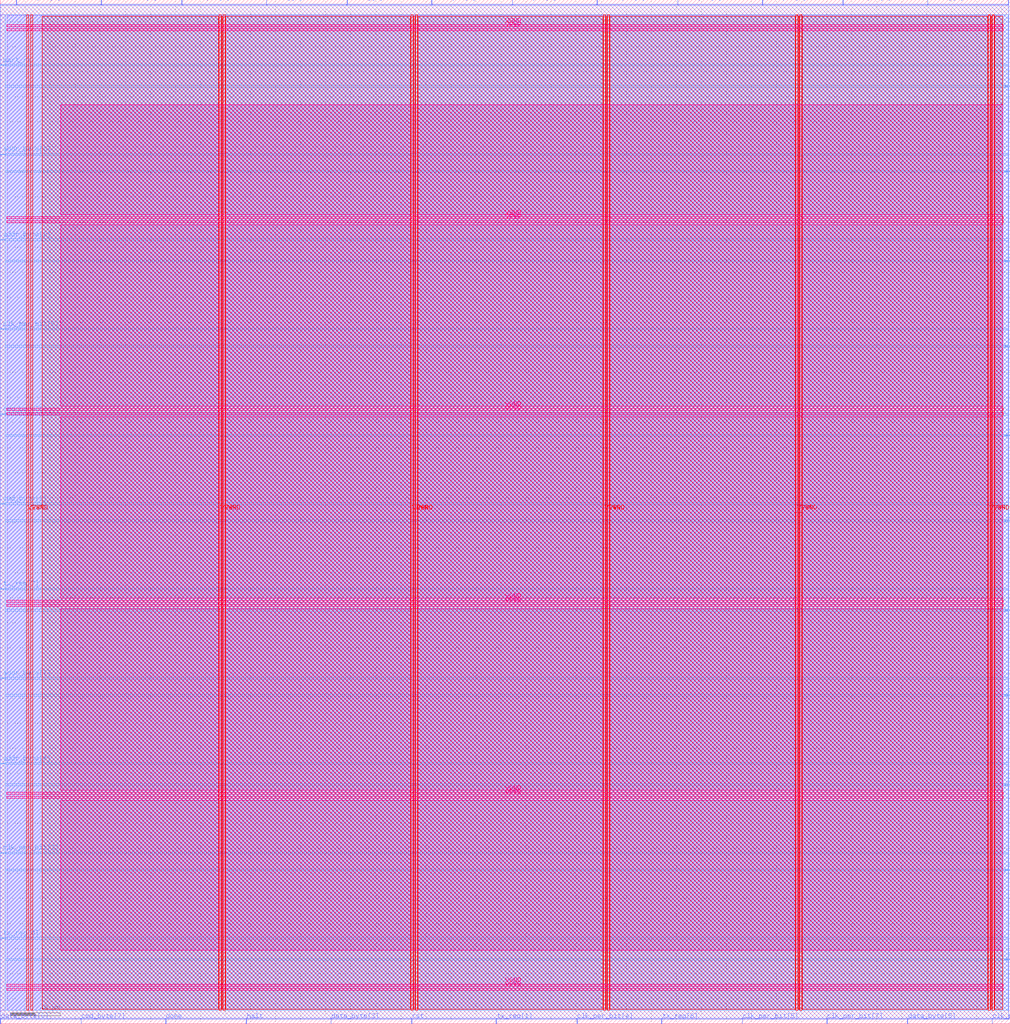
<source format=lef>
VERSION 5.7 ;
  NOWIREEXTENSIONATPIN ON ;
  DIVIDERCHAR "/" ;
  BUSBITCHARS "[]" ;
MACRO simproc_system
  CLASS BLOCK ;
  FOREIGN simproc_system ;
  ORIGIN 0.000 0.000 ;
  SIZE 806.675 BY 817.395 ;
  PIN VGND
    DIRECTION INOUT ;
    USE GROUND ;
    PORT
      LAYER met4 ;
        RECT 24.340 10.640 25.940 805.360 ;
    END
    PORT
      LAYER met4 ;
        RECT 177.940 10.640 179.540 805.360 ;
    END
    PORT
      LAYER met4 ;
        RECT 331.540 10.640 333.140 805.360 ;
    END
    PORT
      LAYER met4 ;
        RECT 485.140 10.640 486.740 805.360 ;
    END
    PORT
      LAYER met4 ;
        RECT 638.740 10.640 640.340 805.360 ;
    END
    PORT
      LAYER met4 ;
        RECT 792.340 10.640 793.940 805.360 ;
    END
    PORT
      LAYER met5 ;
        RECT 5.280 30.030 801.100 31.630 ;
    END
    PORT
      LAYER met5 ;
        RECT 5.280 183.210 801.100 184.810 ;
    END
    PORT
      LAYER met5 ;
        RECT 5.280 336.390 801.100 337.990 ;
    END
    PORT
      LAYER met5 ;
        RECT 5.280 489.570 801.100 491.170 ;
    END
    PORT
      LAYER met5 ;
        RECT 5.280 642.750 801.100 644.350 ;
    END
    PORT
      LAYER met5 ;
        RECT 5.280 795.930 801.100 797.530 ;
    END
  END VGND
  PIN VPWR
    DIRECTION INOUT ;
    USE POWER ;
    PORT
      LAYER met4 ;
        RECT 21.040 10.640 22.640 805.360 ;
    END
    PORT
      LAYER met4 ;
        RECT 174.640 10.640 176.240 805.360 ;
    END
    PORT
      LAYER met4 ;
        RECT 328.240 10.640 329.840 805.360 ;
    END
    PORT
      LAYER met4 ;
        RECT 481.840 10.640 483.440 805.360 ;
    END
    PORT
      LAYER met4 ;
        RECT 635.440 10.640 637.040 805.360 ;
    END
    PORT
      LAYER met4 ;
        RECT 789.040 10.640 790.640 805.360 ;
    END
    PORT
      LAYER met5 ;
        RECT 5.280 26.730 801.100 28.330 ;
    END
    PORT
      LAYER met5 ;
        RECT 5.280 179.910 801.100 181.510 ;
    END
    PORT
      LAYER met5 ;
        RECT 5.280 333.090 801.100 334.690 ;
    END
    PORT
      LAYER met5 ;
        RECT 5.280 486.270 801.100 487.870 ;
    END
    PORT
      LAYER met5 ;
        RECT 5.280 639.450 801.100 641.050 ;
    END
    PORT
      LAYER met5 ;
        RECT 5.280 792.630 801.100 794.230 ;
    END
  END VPWR
  PIN addr_byte[0]
    DIRECTION OUTPUT TRISTATE ;
    USE SIGNAL ;
    ANTENNADIFFAREA 0.795200 ;
    PORT
      LAYER met3 ;
        RECT 0.000 693.640 4.000 694.240 ;
    END
  END addr_byte[0]
  PIN addr_byte[1]
    DIRECTION OUTPUT TRISTATE ;
    USE SIGNAL ;
    ANTENNADIFFAREA 0.445500 ;
    PORT
      LAYER met3 ;
        RECT 802.675 51.040 806.675 51.640 ;
    END
  END addr_byte[1]
  PIN addr_byte[2]
    DIRECTION OUTPUT TRISTATE ;
    USE SIGNAL ;
    ANTENNADIFFAREA 0.795200 ;
    PORT
      LAYER met3 ;
        RECT 0.000 625.640 4.000 626.240 ;
    END
  END addr_byte[2]
  PIN addr_byte[3]
    DIRECTION OUTPUT TRISTATE ;
    USE SIGNAL ;
    ANTENNADIFFAREA 0.795200 ;
    PORT
      LAYER met2 ;
        RECT 673.070 813.395 673.350 817.395 ;
    END
  END addr_byte[3]
  PIN addr_byte[4]
    DIRECTION OUTPUT TRISTATE ;
    USE SIGNAL ;
    ANTENNADIFFAREA 0.795200 ;
    PORT
      LAYER met3 ;
        RECT 0.000 207.440 4.000 208.040 ;
    END
  END addr_byte[4]
  PIN addr_byte[5]
    DIRECTION OUTPUT TRISTATE ;
    USE SIGNAL ;
    ANTENNADIFFAREA 0.795200 ;
    PORT
      LAYER met2 ;
        RECT 144.990 813.395 145.270 817.395 ;
    END
  END addr_byte[5]
  PIN addr_byte[6]
    DIRECTION OUTPUT TRISTATE ;
    USE SIGNAL ;
    ANTENNADIFFAREA 0.795200 ;
    PORT
      LAYER met3 ;
        RECT 802.675 122.440 806.675 123.040 ;
    END
  END addr_byte[6]
  PIN addr_byte[7]
    DIRECTION OUTPUT TRISTATE ;
    USE SIGNAL ;
    ANTENNADIFFAREA 0.795200 ;
    PORT
      LAYER met3 ;
        RECT 0.000 275.440 4.000 276.040 ;
    END
  END addr_byte[7]
  PIN clk
    DIRECTION INPUT ;
    USE SIGNAL ;
    ANTENNAGATEAREA 0.852000 ;
    PORT
      LAYER met3 ;
        RECT 802.675 190.440 806.675 191.040 ;
    END
  END clk
  PIN clk_per_bit[0]
    DIRECTION INPUT ;
    USE SIGNAL ;
    ANTENNAGATEAREA 0.426000 ;
    PORT
      LAYER met2 ;
        RECT 80.590 813.395 80.870 817.395 ;
    END
  END clk_per_bit[0]
  PIN clk_per_bit[1]
    DIRECTION INPUT ;
    USE SIGNAL ;
    ANTENNAGATEAREA 0.742500 ;
    PORT
      LAYER met2 ;
        RECT 792.210 0.000 792.490 4.000 ;
    END
  END clk_per_bit[1]
  PIN clk_per_bit[2]
    DIRECTION INPUT ;
    USE SIGNAL ;
    ANTENNAGATEAREA 0.213000 ;
    PORT
      LAYER met3 ;
        RECT 0.000 136.040 4.000 136.640 ;
    END
  END clk_per_bit[2]
  PIN clk_per_bit[3]
    DIRECTION INPUT ;
    USE SIGNAL ;
    ANTENNAGATEAREA 0.852000 ;
    PORT
      LAYER met3 ;
        RECT 802.675 540.640 806.675 541.240 ;
    END
  END clk_per_bit[3]
  PIN clk_per_bit[4]
    DIRECTION INPUT ;
    USE SIGNAL ;
    ANTENNAGATEAREA 0.426000 ;
    PORT
      LAYER met2 ;
        RECT 460.550 0.000 460.830 4.000 ;
    END
  END clk_per_bit[4]
  PIN clk_per_bit[5]
    DIRECTION INPUT ;
    USE SIGNAL ;
    ANTENNAGATEAREA 0.426000 ;
    PORT
      LAYER met2 ;
        RECT 592.570 0.000 592.850 4.000 ;
    END
  END clk_per_bit[5]
  PIN clk_per_bit[6]
    DIRECTION INPUT ;
    USE SIGNAL ;
    ANTENNAGATEAREA 0.742500 ;
    PORT
      LAYER met3 ;
        RECT 802.675 680.040 806.675 680.640 ;
    END
  END clk_per_bit[6]
  PIN clk_per_bit[7]
    DIRECTION INPUT ;
    USE SIGNAL ;
    ANTENNAGATEAREA 0.742500 ;
    PORT
      LAYER met2 ;
        RECT 660.190 0.000 660.470 4.000 ;
    END
  END clk_per_bit[7]
  PIN clk_per_bit[8]
    DIRECTION INPUT ;
    USE SIGNAL ;
    ANTENNAGATEAREA 0.742500 ;
    PORT
      LAYER met3 ;
        RECT 802.675 748.040 806.675 748.640 ;
    END
  END clk_per_bit[8]
  PIN clk_per_bit[9]
    DIRECTION INPUT ;
    USE SIGNAL ;
    ANTENNAGATEAREA 0.213000 ;
    PORT
      LAYER met3 ;
        RECT 0.000 554.240 4.000 554.840 ;
    END
  END clk_per_bit[9]
  PIN cmd_byte[0]
    DIRECTION OUTPUT TRISTATE ;
    USE SIGNAL ;
    ANTENNADIFFAREA 0.795200 ;
    PORT
      LAYER met2 ;
        RECT 12.970 813.395 13.250 817.395 ;
    END
  END cmd_byte[0]
  PIN cmd_byte[1]
    DIRECTION OUTPUT TRISTATE ;
    USE SIGNAL ;
    ANTENNADIFFAREA 0.795200 ;
    PORT
      LAYER met2 ;
        RECT 608.670 813.395 608.950 817.395 ;
    END
  END cmd_byte[1]
  PIN cmd_byte[2]
    DIRECTION OUTPUT TRISTATE ;
    USE SIGNAL ;
    ANTENNADIFFAREA 0.795200 ;
    PORT
      LAYER met2 ;
        RECT 409.030 813.395 409.310 817.395 ;
    END
  END cmd_byte[2]
  PIN cmd_byte[3]
    DIRECTION OUTPUT TRISTATE ;
    USE SIGNAL ;
    ANTENNADIFFAREA 0.795200 ;
    PORT
      LAYER met3 ;
        RECT 0.000 414.840 4.000 415.440 ;
    END
  END cmd_byte[3]
  PIN cmd_byte[4]
    DIRECTION OUTPUT TRISTATE ;
    USE SIGNAL ;
    ANTENNADIFFAREA 0.795200 ;
    PORT
      LAYER met2 ;
        RECT 344.630 813.395 344.910 817.395 ;
    END
  END cmd_byte[4]
  PIN cmd_byte[5]
    DIRECTION OUTPUT TRISTATE ;
    USE SIGNAL ;
    ANTENNADIFFAREA 0.795200 ;
    PORT
      LAYER met2 ;
        RECT 541.050 813.395 541.330 817.395 ;
    END
  END cmd_byte[5]
  PIN cmd_byte[6]
    DIRECTION OUTPUT TRISTATE ;
    USE SIGNAL ;
    ANTENNADIFFAREA 0.795200 ;
    PORT
      LAYER met3 ;
        RECT 0.000 486.240 4.000 486.840 ;
    END
  END cmd_byte[6]
  PIN cmd_byte[7]
    DIRECTION OUTPUT TRISTATE ;
    USE SIGNAL ;
    ANTENNADIFFAREA 0.795200 ;
    PORT
      LAYER met2 ;
        RECT 64.490 0.000 64.770 4.000 ;
    END
  END cmd_byte[7]
  PIN data_byte[0]
    DIRECTION OUTPUT TRISTATE ;
    USE SIGNAL ;
    ANTENNADIFFAREA 0.795200 ;
    PORT
      LAYER met2 ;
        RECT 0.090 0.000 0.370 4.000 ;
    END
  END data_byte[0]
  PIN data_byte[1]
    DIRECTION OUTPUT TRISTATE ;
    USE SIGNAL ;
    ANTENNADIFFAREA 0.445500 ;
    PORT
      LAYER met3 ;
        RECT 802.675 401.240 806.675 401.840 ;
    END
  END data_byte[1]
  PIN data_byte[2]
    DIRECTION OUTPUT TRISTATE ;
    USE SIGNAL ;
    ANTENNADIFFAREA 0.445500 ;
    PORT
      LAYER met3 ;
        RECT 802.675 608.640 806.675 609.240 ;
    END
  END data_byte[2]
  PIN data_byte[3]
    DIRECTION OUTPUT TRISTATE ;
    USE SIGNAL ;
    ANTENNADIFFAREA 0.795200 ;
    PORT
      LAYER met2 ;
        RECT 264.130 0.000 264.410 4.000 ;
    END
  END data_byte[3]
  PIN data_byte[4]
    DIRECTION OUTPUT TRISTATE ;
    USE SIGNAL ;
    ANTENNADIFFAREA 0.445500 ;
    PORT
      LAYER met3 ;
        RECT 802.675 469.240 806.675 469.840 ;
    END
  END data_byte[4]
  PIN data_byte[5]
    DIRECTION OUTPUT TRISTATE ;
    USE SIGNAL ;
    ANTENNADIFFAREA 0.795200 ;
    PORT
      LAYER met2 ;
        RECT 724.590 0.000 724.870 4.000 ;
    END
  END data_byte[5]
  PIN data_byte[6]
    DIRECTION OUTPUT TRISTATE ;
    USE SIGNAL ;
    ANTENNADIFFAREA 0.795200 ;
    PORT
      LAYER met2 ;
        RECT 476.650 813.395 476.930 817.395 ;
    END
  END data_byte[6]
  PIN data_byte[7]
    DIRECTION OUTPUT TRISTATE ;
    USE SIGNAL ;
    ANTENNADIFFAREA 0.795200 ;
    PORT
      LAYER met3 ;
        RECT 802.675 261.840 806.675 262.440 ;
    END
  END data_byte[7]
  PIN done
    DIRECTION OUTPUT TRISTATE ;
    USE SIGNAL ;
    ANTENNADIFFAREA 0.795200 ;
    PORT
      LAYER met2 ;
        RECT 132.110 0.000 132.390 4.000 ;
    END
  END done
  PIN halt
    DIRECTION OUTPUT TRISTATE ;
    USE SIGNAL ;
    ANTENNADIFFAREA 0.795200 ;
    PORT
      LAYER met2 ;
        RECT 196.510 0.000 196.790 4.000 ;
    END
  END halt
  PIN rst
    DIRECTION INPUT ;
    USE SIGNAL ;
    ANTENNAGATEAREA 0.126000 ;
    PORT
      LAYER met2 ;
        RECT 328.530 0.000 328.810 4.000 ;
    END
  END rst
  PIN tx_reg[0]
    DIRECTION OUTPUT TRISTATE ;
    USE SIGNAL ;
    ANTENNADIFFAREA 0.795200 ;
    PORT
      LAYER met3 ;
        RECT 0.000 68.040 4.000 68.640 ;
    END
  END tx_reg[0]
  PIN tx_reg[1]
    DIRECTION OUTPUT TRISTATE ;
    USE SIGNAL ;
    ANTENNADIFFAREA 0.795200 ;
    PORT
      LAYER met2 ;
        RECT 396.150 0.000 396.430 4.000 ;
    END
  END tx_reg[1]
  PIN tx_reg[2]
    DIRECTION OUTPUT TRISTATE ;
    USE SIGNAL ;
    ANTENNADIFFAREA 0.795200 ;
    PORT
      LAYER met2 ;
        RECT 805.090 813.395 805.370 817.395 ;
    END
  END tx_reg[2]
  PIN tx_reg[3]
    DIRECTION OUTPUT TRISTATE ;
    USE SIGNAL ;
    ANTENNADIFFAREA 0.795200 ;
    PORT
      LAYER met2 ;
        RECT 740.690 813.395 740.970 817.395 ;
    END
  END tx_reg[3]
  PIN tx_reg[4]
    DIRECTION OUTPUT TRISTATE ;
    USE SIGNAL ;
    ANTENNADIFFAREA 0.795200 ;
    PORT
      LAYER met2 ;
        RECT 212.610 813.395 212.890 817.395 ;
    END
  END tx_reg[4]
  PIN tx_reg[5]
    DIRECTION OUTPUT TRISTATE ;
    USE SIGNAL ;
    ANTENNADIFFAREA 0.795200 ;
    PORT
      LAYER met2 ;
        RECT 277.010 813.395 277.290 817.395 ;
    END
  END tx_reg[5]
  PIN tx_reg[6]
    DIRECTION OUTPUT TRISTATE ;
    USE SIGNAL ;
    ANTENNADIFFAREA 0.795200 ;
    PORT
      LAYER met2 ;
        RECT 528.170 0.000 528.450 4.000 ;
    END
  END tx_reg[6]
  PIN tx_reg[7]
    DIRECTION OUTPUT TRISTATE ;
    USE SIGNAL ;
    ANTENNADIFFAREA 0.795200 ;
    PORT
      LAYER met3 ;
        RECT 0.000 346.840 4.000 347.440 ;
    END
  END tx_reg[7]
  PIN uart_rx
    DIRECTION INPUT ;
    USE SIGNAL ;
    ANTENNAGATEAREA 0.196500 ;
    PORT
      LAYER met3 ;
        RECT 0.000 765.040 4.000 765.640 ;
    END
  END uart_rx
  PIN uart_tx
    DIRECTION OUTPUT TRISTATE ;
    USE SIGNAL ;
    ANTENNADIFFAREA 0.795200 ;
    PORT
      LAYER met3 ;
        RECT 802.675 329.840 806.675 330.440 ;
    END
  END uart_tx
  OBS
      LAYER li1 ;
        RECT 5.520 10.795 800.860 805.205 ;
      LAYER met1 ;
        RECT 0.070 10.640 805.390 805.360 ;
      LAYER met2 ;
        RECT 0.100 813.115 12.690 813.690 ;
        RECT 13.530 813.115 80.310 813.690 ;
        RECT 81.150 813.115 144.710 813.690 ;
        RECT 145.550 813.115 212.330 813.690 ;
        RECT 213.170 813.115 276.730 813.690 ;
        RECT 277.570 813.115 344.350 813.690 ;
        RECT 345.190 813.115 408.750 813.690 ;
        RECT 409.590 813.115 476.370 813.690 ;
        RECT 477.210 813.115 540.770 813.690 ;
        RECT 541.610 813.115 608.390 813.690 ;
        RECT 609.230 813.115 672.790 813.690 ;
        RECT 673.630 813.115 740.410 813.690 ;
        RECT 741.250 813.115 804.810 813.690 ;
        RECT 0.100 4.280 805.360 813.115 ;
        RECT 0.650 3.670 64.210 4.280 ;
        RECT 65.050 3.670 131.830 4.280 ;
        RECT 132.670 3.670 196.230 4.280 ;
        RECT 197.070 3.670 263.850 4.280 ;
        RECT 264.690 3.670 328.250 4.280 ;
        RECT 329.090 3.670 395.870 4.280 ;
        RECT 396.710 3.670 460.270 4.280 ;
        RECT 461.110 3.670 527.890 4.280 ;
        RECT 528.730 3.670 592.290 4.280 ;
        RECT 593.130 3.670 659.910 4.280 ;
        RECT 660.750 3.670 724.310 4.280 ;
        RECT 725.150 3.670 791.930 4.280 ;
        RECT 792.770 3.670 805.360 4.280 ;
      LAYER met3 ;
        RECT 4.000 766.040 804.935 805.285 ;
        RECT 4.400 764.640 804.935 766.040 ;
        RECT 4.000 749.040 804.935 764.640 ;
        RECT 4.000 747.640 802.275 749.040 ;
        RECT 4.000 694.640 804.935 747.640 ;
        RECT 4.400 693.240 804.935 694.640 ;
        RECT 4.000 681.040 804.935 693.240 ;
        RECT 4.000 679.640 802.275 681.040 ;
        RECT 4.000 626.640 804.935 679.640 ;
        RECT 4.400 625.240 804.935 626.640 ;
        RECT 4.000 609.640 804.935 625.240 ;
        RECT 4.000 608.240 802.275 609.640 ;
        RECT 4.000 555.240 804.935 608.240 ;
        RECT 4.400 553.840 804.935 555.240 ;
        RECT 4.000 541.640 804.935 553.840 ;
        RECT 4.000 540.240 802.275 541.640 ;
        RECT 4.000 487.240 804.935 540.240 ;
        RECT 4.400 485.840 804.935 487.240 ;
        RECT 4.000 470.240 804.935 485.840 ;
        RECT 4.000 468.840 802.275 470.240 ;
        RECT 4.000 415.840 804.935 468.840 ;
        RECT 4.400 414.440 804.935 415.840 ;
        RECT 4.000 402.240 804.935 414.440 ;
        RECT 4.000 400.840 802.275 402.240 ;
        RECT 4.000 347.840 804.935 400.840 ;
        RECT 4.400 346.440 804.935 347.840 ;
        RECT 4.000 330.840 804.935 346.440 ;
        RECT 4.000 329.440 802.275 330.840 ;
        RECT 4.000 276.440 804.935 329.440 ;
        RECT 4.400 275.040 804.935 276.440 ;
        RECT 4.000 262.840 804.935 275.040 ;
        RECT 4.000 261.440 802.275 262.840 ;
        RECT 4.000 208.440 804.935 261.440 ;
        RECT 4.400 207.040 804.935 208.440 ;
        RECT 4.000 191.440 804.935 207.040 ;
        RECT 4.000 190.040 802.275 191.440 ;
        RECT 4.000 137.040 804.935 190.040 ;
        RECT 4.400 135.640 804.935 137.040 ;
        RECT 4.000 123.440 804.935 135.640 ;
        RECT 4.000 122.040 802.275 123.440 ;
        RECT 4.000 69.040 804.935 122.040 ;
        RECT 4.400 67.640 804.935 69.040 ;
        RECT 4.000 52.040 804.935 67.640 ;
        RECT 4.000 50.640 802.275 52.040 ;
        RECT 4.000 10.715 804.935 50.640 ;
      LAYER met4 ;
        RECT 33.415 11.735 174.240 804.265 ;
        RECT 176.640 11.735 177.540 804.265 ;
        RECT 179.940 11.735 327.840 804.265 ;
        RECT 330.240 11.735 331.140 804.265 ;
        RECT 333.540 11.735 481.440 804.265 ;
        RECT 483.840 11.735 484.740 804.265 ;
        RECT 487.140 11.735 635.040 804.265 ;
        RECT 637.440 11.735 638.340 804.265 ;
        RECT 640.740 11.735 788.640 804.265 ;
        RECT 791.040 11.735 791.940 804.265 ;
        RECT 794.340 11.735 800.530 804.265 ;
      LAYER met5 ;
        RECT 48.420 645.950 800.740 733.500 ;
        RECT 48.420 492.770 800.740 637.850 ;
        RECT 48.420 339.590 800.740 484.670 ;
        RECT 48.420 186.410 800.740 331.490 ;
        RECT 48.420 58.700 800.740 178.310 ;
  END
END simproc_system
END LIBRARY


</source>
